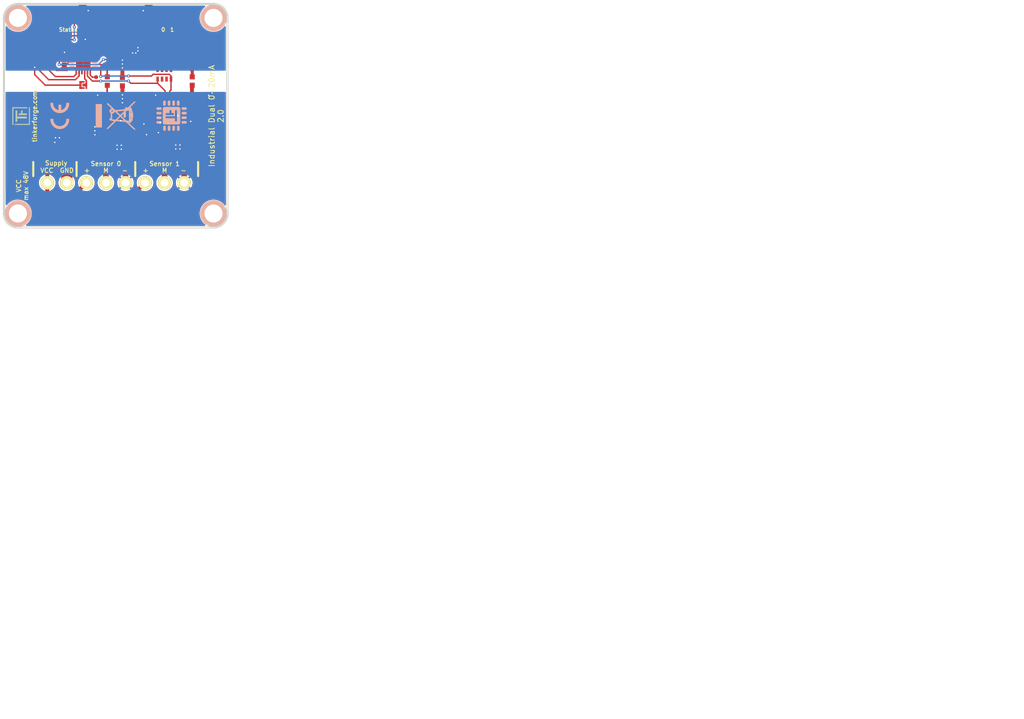
<source format=kicad_pcb>
(kicad_pcb (version 20221018) (generator pcbnew)
  (title_block (title "Industrial Dual 0-20mA Bricklet") (date "2023-01-27") (rev "2.0") (company "Tinkerforge GmbH") (comment 1 "Licensed under CERN OHL v.1.1") (comment 2 "Copyright (©) 2023, T.Schneidermann <tim@tinkerforge.com>"))
  (layers (0 "F.Cu" signal "Front") (31 "B.Cu" signal "Back") (34 "B.Paste" user) (35 "F.Paste" user) (36 "B.SilkS" user "B.Silkscreen") (37 "F.SilkS" user "F.Silkscreen") (38 "B.Mask" user) (39 "F.Mask" user) (44 "Edge.Cuts" user))
  (net 0 "")
  (net 1 "+3.3VP")
  (net 2 "3V3")
  (net 3 "AGND")
  (net 4 "GND")
  (net 5 "MEASURE")
  (net 6 "SCL")
  (net 7 "SDA")
  (net 8 "Net-(C5-Pad2)")
  (net 9 "Net-(C6-Pad2)")
  (net 10 "Net-(P1-Pad6)")
  (net 11 "Net-(D1-Pad2)")
  (net 12 "Net-(C3-Pad1)")
  (net 13 "Net-(D2-Pad2)")
  (net 14 "Net-(P1-Pad4)")
  (net 15 "Net-(P1-Pad5)")
  (net 16 "Net-(P2-Pad1)")
  (net 17 "Net-(P3-Pad2)")
  (net 18 "Net-(P4-Pad2)")
  (net 19 "Net-(P4-Pad4)")
  (net 20 "Net-(P4-Pad7)")
  (net 21 "Net-(R1-Pad2)")
  (net 22 "S-MISO")
  (net 23 "S-MOSI")
  (net 24 "S-CLK")
  (net 25 "S-CS")
  (net 26 "Net-(D3-Pad2)")
  (net 27 "Net-(RP2-Pad5)")
  (net 28 "Net-(RP2-Pad6)")
  (net 29 "Net-(RP2-Pad8)")
  (net 30 "Net-(D4-Pad2)")
  (net 31 "Net-(P1-Pad1)")
  (net 32 "Net-(RP2-Pad2)")
  (net 33 "Net-(RP2-Pad7)")
  (net 34 "Net-(RP101-Pad2)")
  (net 35 "Net-(RP101-Pad3)")
  (net 36 "Net-(RP101-Pad6)")
  (net 37 "Net-(RP101-Pad7)")
  (net 38 "Net-(U1-Pad2)")
  (net 39 "Net-(U1-Pad3)")
  (net 40 "Net-(U1-Pad4)")
  (net 41 "Net-(U1-Pad5)")
  (net 42 "Net-(U1-Pad6)")
  (net 43 "Net-(U1-Pad7)")
  (net 44 "Net-(U1-Pad8)")
  (net 45 "Net-(U1-Pad11)")
  (net 46 "Net-(U1-Pad15)")
  (net 47 "Net-(U1-Pad21)")
  (net 48 "Net-(U3-Pad10)")
  (footprint "kicad-libraries:Logo_31x31" (layer "F.Cu") (at 99.3 59.65 90)
    (fp_text reference "G***" hide)
    (fp_text value "Logo_31x31" hide)
  )
  (footprint "kicad-libraries:Fiducial_Mark" (layer "F.Cu") (at 136.3 44)
    (fp_text reference "Fiducial_Mark" hide)
    (fp_text value "VAL**" hide)
  )
  (footprint "kicad-libraries:Fiducial_Mark" (layer "F.Cu") (at 99.2 72)
    (fp_text reference "Fiducial_Mark" hide)
    (fp_text value "VAL**" hide)
  )
  (footprint "kicad-libraries:DEBUG_PAD" (layer "F.Cu") (at 114.3 51.1)
    (fp_text reference "P2")
    (fp_text value "DEBUG")
  )
  (footprint "kicad-libraries:SolderJumper" (layer "F.Cu") (at 112 52.5)
    (fp_text reference "P3")
    (fp_text value "BOOT")
  )
  (footprint "kicad-libraries:QFN24-4x4mm-0.5mm" (layer "F.Cu") (at 112 48.1 -90)
    (fp_text reference "U1")
    (fp_text value "XMC1100")
  )
  (footprint "kicad-libraries:C0805" (layer "F.Cu") (at 120.1 44.6)
    (fp_text reference "C1")
    (fp_text value "10uF")
  )
  (footprint "kicad-libraries:C0603F" (layer "F.Cu") (at 120.3 46.1)
    (fp_text reference "C7")
    (fp_text value "1uF")
  )
  (footprint "kicad-libraries:C0603F" (layer "F.Cu") (at 108.6 48.2 90)
    (fp_text reference "C8")
    (fp_text value "100nF")
  )
  (footprint "kicad-libraries:MiniMelf" (layer "F.Cu") (at 111.4 60.7)
    (fp_text reference "D1")
    (fp_text value "Z12V")
  )
  (footprint "kicad-libraries:D0603F" (layer "F.Cu") (at 109.3 40.6 -90)
    (fp_text reference "D2")
    (fp_text value "blue")
  )
  (footprint "kicad-libraries:D0603F" (layer "F.Cu") (at 126.3 40.5 -90)
    (fp_text reference "D3")
    (fp_text value "blue")
  )
  (footprint "kicad-libraries:CON-SENSOR2" (layer "F.Cu") (at 117.8 38 180)
    (fp_text reference "P1")
    (fp_text value "CON-SENSOR2")
  )
  (footprint "kicad-libraries:OQ_8P" (layer "F.Cu") (at 117.8 70)
    (fp_text reference "P4")
    (fp_text value "P-PWR-8GN")
  )
  (footprint "kicad-libraries:SOT23GDS" (layer "F.Cu") (at 108.6 63.8)
    (fp_text reference "Q1")
    (fp_text value "FDN5630")
  )
  (footprint "kicad-libraries:R0805" (layer "F.Cu") (at 128.3 65)
    (fp_text reference "R6")
    (fp_text value "91/25ppm")
  )
  (footprint "kicad-libraries:R0805" (layer "F.Cu") (at 117.8 65)
    (fp_text reference "R7")
    (fp_text value "91/25ppm")
  )
  (footprint "kicad-libraries:4X0402" (layer "F.Cu") (at 115.7 44.9 180)
    (fp_text reference "RP1")
    (fp_text value "82")
  )
  (footprint "kicad-libraries:4X0603" (layer "F.Cu") (at 105.4 47.2)
    (fp_text reference "RP2")
    (fp_text value "1k")
  )
  (footprint "kicad-libraries:MSOP10-0.5" (layer "F.Cu") (at 126.5 59.8 -90)
    (fp_text reference "U3")
    (fp_text value "MCP3423")
  )
  (footprint "kicad-libraries:DRILL_NP" (layer "F.Cu") (at 100.3 75.5)
    (fp_text reference "U4" hide)
    (fp_text value "DRILL" hide)
  )
  (footprint "kicad-libraries:DRILL_NP" (layer "F.Cu") (at 135.3 75.5)
    (fp_text reference "U5" hide)
    (fp_text value "DRILL" hide)
  )
  (footprint "kicad-libraries:DRILL_NP" (layer "F.Cu") (at 135.3 40.5)
    (fp_text reference "U6" hide)
    (fp_text value "DRILL" hide)
  )
  (footprint "kicad-libraries:DRILL_NP" (layer "F.Cu") (at 100.3 40.5)
    (fp_text reference "U7" hide)
    (fp_text value "DRILL" hide)
  )
  (footprint "kicad-libraries:D0603F" (layer "F.Cu") (at 127.9 40.5 -90)
    (fp_text reference "D4")
    (fp_text value "blue")
  )
  (footprint "kicad-libraries:4X0603" (layer "F.Cu") (at 126.5 50.6)
    (fp_text reference "RP101")
    (fp_text value "2k2")
  )
  (footprint "kicad-libraries:C0603F" (layer "F.Cu") (at 132.2 54.4 180)
    (fp_text reference "C2")
    (fp_text value "1µF")
  )
  (footprint "kicad-libraries:C0402F" (layer "F.Cu") (at 113.5 44.4 180)
    (fp_text reference "C3")
    (fp_text value "220pF")
  )
  (footprint "kicad-libraries:C0603F" (layer "F.Cu") (at 130.2 60 90)
    (fp_text reference "C4")
    (fp_text value "100nF")
  )
  (footprint "kicad-libraries:C0603F" (layer "F.Cu") (at 120.3 58.9)
    (fp_text reference "C5")
    (fp_text value "100nF")
  )
  (footprint "kicad-libraries:C0603F" (layer "F.Cu") (at 120.4 63.4 90)
    (fp_text reference "C6")
    (fp_text value "100nF")
  )
  (footprint "kicad-libraries:C0603F" (layer "F.Cu") (at 131.5 51.8 90)
    (fp_text reference "FB1")
    (fp_text value "FB")
  )
  (footprint "kicad-libraries:C0603F" (layer "F.Cu") (at 119 51.9 90)
    (fp_text reference "FB2")
    (fp_text value "FB")
  )
  (footprint "kicad-libraries:R0603F" (layer "F.Cu") (at 117 48.9 180)
    (fp_text reference "R1")
    (fp_text value "1k")
  )
  (footprint "kicad-libraries:R0603F" (layer "F.Cu") (at 116.3 51.8 90)
    (fp_text reference "R2")
    (fp_text value "6k8")
  )
  (footprint "kicad-libraries:R0603F" (layer "F.Cu") (at 120.2 60.3 180)
    (fp_text reference "R4")
    (fp_text value "1k")
  )
  (footprint "kicad-libraries:R0603F" (layer "F.Cu") (at 121.8 63.4 -90)
    (fp_text reference "R5")
    (fp_text value "1k")
  )
  (footprint "kicad-libraries:R0603F" (layer "F.Cu") (at 107 60.7)
    (fp_text reference "R8")
    (fp_text value "100k")
  )
  (footprint "kicad-libraries:CE_5mm" (layer "B.Cu") (at 107.8 58 90)
    (fp_text reference "VAL" hide)
    (fp_text value "CE_5mm" hide)
  )
  (footprint "kicad-libraries:WEEE_7mm" (layer "B.Cu") (at 117.8 58 90)
    (fp_text reference "VAL" hide)
    (fp_text value "WEEE_7mm" hide)
  )
  (footprint "kicad-libraries:Logo_CoMCU" (layer "B.Cu") (at 127.8 58 90)
    (fp_text reference "G***" hide)
    (fp_text value "LOGO" hide)
  )
  (gr_line (start 132.5499 68.79924) (end 132.5499 66.29988) (stroke (width 0.381)) (layer "F.SilkS"))
  (gr_line (start 103.05034 68.79924) (end 103.05034 66.29988) (stroke (width 0.381)) (layer "F.SilkS"))
  (gr_line (start 121.30024 68.79924) (end 121.30024 66.29988) (stroke (width 0.381)) (layer "F.SilkS"))
  (gr_line (start 110.79988 68.79924) (end 110.79988 66.29988) (stroke (width 0.381)) (layer "F.SilkS"))
  (gr_arc (start 97.8 40.5) (mid 98.532233 38.732233) (end 100.3 38) (stroke (width 0.381)) (layer "Edge.Cuts"))
  (gr_arc (start 137.8 75.5) (mid 137.067767 77.267767) (end 135.3 78) (stroke (width 0.381)) (layer "Edge.Cuts"))
  (gr_line (start 135.3 78) (end 100.3 78) (stroke (width 0.381)) (layer "Edge.Cuts"))
  (gr_line (start 137.8 40.5) (end 137.8 75.5) (stroke (width 0.381)) (layer "Edge.Cuts"))
  (gr_line (start 100.3 38) (end 135.3 38) (stroke (width 0.381)) (layer "Edge.Cuts"))
  (gr_arc (start 135.3 38) (mid 137.067767 38.732233) (end 137.8 40.5) (stroke (width 0.381)) (layer "Edge.Cuts"))
  (gr_line (start 97.8 75.5) (end 97.8 40.5) (stroke (width 0.381)) (layer "Edge.Cuts"))
  (gr_arc (start 100.3 78) (mid 98.532233 77.267767) (end 97.8 75.5) (stroke (width 0.381)) (layer "Edge.Cuts"))
  (gr_text "Status" (at 109.3 42.6) (layer "F.SilkS") (effects (font (size 0.7 0.7))))
  (gr_text "VCC\nmax 48V" (at 101.1 70.55 90) (layer "F.SilkS") (effects (font (size 0.8001 0.8001) (thickness 0.14986))))
  (gr_text "tinkerforge.com" (at 103.3 58.05 90) (layer "F.SilkS") (effects (font (size 0.8001 0.8001) (thickness 0.14986))))
  (gr_text "Sensor 0" (at 116.05006 66.5996) (layer "F.SilkS") (effects (font (size 0.8001 0.8001) (thickness 0.14986))))
  (gr_text "VCC  GND" (at 107.29976 67.79848) (layer "F.SilkS") (effects (font (size 0.8001 0.8001) (thickness 0.14986))))
  (gr_text "+    M    -" (at 116.05006 67.79848) (layer "F.SilkS") (effects (font (size 0.8001 0.8001) (thickness 0.14986))))
  (gr_text "Sensor 1" (at 126.55042 66.5996) (layer "F.SilkS") (effects (font (size 0.8001 0.8001) (thickness 0.14986))))
  (gr_text "+    M    -" (at 126.55042 67.79848) (layer "F.SilkS") (effects (font (size 0.8001 0.8001) (thickness 0.14986))))
  (gr_text "1" (at 127.9 42.6) (layer "F.SilkS") (effects (font (size 0.7 0.7))))
  (gr_text "Industrial Dual 0-20mA\n2.0\n" (at 135.8 58.05 90) (layer "F.SilkS") (effects (font (size 1 1))))
  (gr_text "0" (at 126.3 42.6) (layer "F.SilkS") (effects (font (size 0.7 0.7))))
  (gr_text "Supply" (at 107.1499 66.498) (layer "F.SilkS") (effects (font (size 0.8001 0.8001) (thickness 0.14986))))
  (segment (start 131.4499 52.6002) (end 131.475 52.5751) (width 0.70104) (layer "F.Cu") (net 1))
  (segment (start 128.7225 60.816) (end 130.0341 60.816) (width 0.29972) (layer "F.Cu") (net 1))
  (segment (start 131.4499 54.425) (end 131.4499 52.6002) (width 0.70104) (layer "F.Cu") (net 1))
  (segment (start 132.025 60) (end 132.025 56.2) (width 0.29972) (layer "F.Cu") (net 1))
  (segment (start 130.2 60.6501) (end 131.3749 60.6501) (width 0.29972) (layer "F.Cu") (net 1))
  (segment (start 131.475 55.65) (end 131.475 52.5751) (width 0.29972) (layer "F.Cu") (net 1))
  (segment (start 132.025 56.2) (end 131.475 55.65) (width 0.29972) (layer "F.Cu") (net 1))
  (segment (start 131.3749 60.6501) (end 132.025 60) (width 0.29972) (layer "F.Cu") (net 1))
  (segment (start 130.0341 60.816) (end 130.2 60.6501) (width 0.29972) (layer "F.Cu") (net 1))
  (segment (start 119.05 44.50076) (end 119.09924 44.55) (width 0.5) (layer "F.Cu") (net 2))
  (segment (start 119.09924 44.99924) (end 119.55 45.45) (width 0.5) (layer "F.Cu") (net 2))
  (segment (start 119.55 45.45) (end 119.55 46.05) (width 0.5) (layer "F.Cu") (net 2))
  (segment (start 131.5 49.98) (end 129.09 47.57) (width 0.55) (layer "F.Cu") (net 2))
  (segment (start 129.09 47.57) (end 126.9 47.57) (width 0.55) (layer "F.Cu") (net 2))
  (segment (start 120.14 47.57) (end 119.55 46.98) (width 0.55) (layer "F.Cu") (net 2))
  (segment (start 119.55 46.98) (end 119.55 46.05) (width 0.55) (layer "F.Cu") (net 2))
  (segment (start 118.5 46.05) (end 116.6 47.95) (width 0.25) (layer "F.Cu") (net 2))
  (segment (start 116.6 47.95) (end 115.6 47.95) (width 0.25) (layer "F.Cu") (net 2))
  (segment (start 107.7 48.85) (end 107.75 48.9) (width 0.25) (layer "F.Cu") (net 2))
  (segment (start 107.75 48.9) (end 108.64 48.9) (width 0.25) (layer "F.Cu") (net 2))
  (segment (start 126.28 47.57) (end 120.14 47.57) (width 0.55) (layer "F.Cu") (net 2))
  (segment (start 110.25 39.8) (end 110.4 39.95) (width 0.25) (layer "F.Cu") (net 2))
  (segment (start 110.4 39.95) (end 110.4 42.15) (width 0.25) (layer "F.Cu") (net 2))
  (segment (start 107.7 46.25) (end 107.7 48.85) (width 0.25) (layer "F.Cu") (net 2))
  (segment (start 130.5 46.16) (end 130.5 41.5) (width 0.25) (layer "F.Cu") (net 2))
  (segment (start 128.75 39.75) (end 127.9 39.75) (width 0.25) (layer "F.Cu") (net 2))
  (segment (start 109.55 44.4) (end 110.4 44.4) (width 0.25) (layer "F.Cu") (net 2))
  (segment (start 125.30112 49.09888) (end 125.9 48.5) (width 0.25) (layer "F.Cu") (net 2))
  (segment (start 126.83 47.57) (end 126.9 47.5) (width 0.25) (layer "F.Cu") (net 2))
  (segment (start 126.9 47.5) (end 126.9 47.57) (width 0.25) (layer "F.Cu") (net 2))
  (segment (start 126.9 47.57) (end 126.28 47.57) (width 0.55) (layer "F.Cu") (net 2))
  (segment (start 127.69888 48.99888) (end 127.2 48.5) (width 0.25) (layer "F.Cu") (net 2))
  (segment (start 127.2 48.5) (end 125.9 48.5) (width 0.25) (layer "F.Cu") (net 2))
  (segment (start 125.9 48.5) (end 126.83 47.57) (width 0.25) (layer "F.Cu") (net 2))
  (segment (start 130.5 41.5) (end 128.75 39.75) (width 0.25) (layer "F.Cu") (net 2))
  (segment (start 119.05 42.6) (end 119.05 44.50076) (width 0.5) (layer "F.Cu") (net 2))
  (segment (start 119.09924 44.55) (end 119.09924 44.99924) (width 0.5) (layer "F.Cu") (net 2))
  (segment (start 107.7 46.25) (end 109.55 44.4) (width 0.25) (layer "F.Cu") (net 2))
  (segment (start 119.55 46.05) (end 118.5 46.05) (width 0.25) (layer "F.Cu") (net 2))
  (segment (start 109.3 39.8) (end 110.25 39.8) (width 0.25) (layer "F.Cu") (net 2))
  (segment (start 108.95 48.9) (end 108.64 48.9) (width 0.2) (layer "F.Cu") (net 2))
  (segment (start 131.5 50.9999) (end 131.5 49.98) (width 0.55) (layer "F.Cu") (net 2))
  (segment (start 125.30112 49.7491) (end 125.30112 49.09888) (width 0.25) (layer "F.Cu") (net 2))
  (segment (start 126.3 39.75) (end 127.9 39.75) (width 0.25) (layer "F.Cu") (net 2))
  (segment (start 109.5 48.35) (end 108.95 48.9) (width 0.2) (layer "F.Cu") (net 2))
  (segment (start 129.09 47.57) (end 130.5 46.16) (width 0.25) (layer "F.Cu") (net 2))
  (segment (start 109.975 48.35) (end 109.5 48.35) (width 0.2) (layer "F.Cu") (net 2))
  (segment (start 127.69888 49.7491) (end 127.69888 48.99888) (width 0.25) (layer "F.Cu") (net 2))
  (via (at 107.7 48.85) (size 0.55) (drill 0.25) (layers "F.Cu" "B.Cu") (net 2))
  (via (at 110.4 42.15) (size 0.55) (drill 0.25) (layers "F.Cu" "B.Cu") (net 2))
  (via (at 110.4 44.4) (size 0.55) (drill 0.25) (layers "F.Cu" "B.Cu") (net 2))
  (via (at 115.6 47.95) (size 0.55) (drill 0.25) (layers "F.Cu" "B.Cu") (net 2))
  (segment (start 115.6 47.95) (end 114.7 48.85) (width 0.25) (layer "B.Cu") (net 2))
  (segment (start 114.7 48.85) (end 107.7 48.85) (width 0.25) (layer "B.Cu") (net 2))
  (segment (start 110.4 44.4) (end 110.4 42.15) (width 0.25) (layer "B.Cu") (net 2))
  (segment (start 128.6725 58.2525) (end 128.925 58) (width 0.29972) (layer "F.Cu") (net 3))
  (segment (start 118.04904 63.30096) (end 118.05 63.3) (width 0.70104) (layer "F.Cu") (net 3))
  (segment (start 118.80088 63.30088) (end 118.8 63.3) (width 0.70104) (layer "F.Cu") (net 3))
  (segment (start 129.30124 63.25124) (end 129.3 63.25) (width 0.70104) (layer "F.Cu") (net 3))
  (segment (start 128.5494 63.2506) (end 128.55 63.25) (width 0.70104) (layer "F.Cu") (net 3))
  (segment (start 124.9 54.275) (end 124.95 54.325) (width 0.29972) (layer "F.Cu") (net 3))
  (segment (start 107.71124 61.96376) (end 107.725 61.95) (width 0.70104) (layer "F.Cu") (net 3))
  (segment (start 106.90444 62.77944) (end 106.9 62.775) (width 0.70104) (layer "F.Cu") (net 3))
  (segment (start 133.1251 54.35) (end 133.0501 54.425) (width 0.70104) (layer "F.Cu") (net 3))
  (segment (start 130.8 58) (end 131.225 58.425) (width 0.14986) (layer "F.Cu") (net 3))
  (segment (start 131.225 58.425) (end 131.225 59.025) (width 0.14986) (layer "F.Cu") (net 3))
  (segment (start 123.909 60.816) (end 125.241 60.816) (width 0.29972) (layer "F.Cu") (net 3))
  (segment (start 113.79926 61.4) (end 113.09926 60.7) (width 0.50038) (layer "F.Cu") (net 3))
  (segment (start 124.2945 59.275) (end 125.775 59.275) (width 0.29972) (layer "F.Cu") (net 3))
  (segment (start 123.325 61.4) (end 123.909 60.816) (width 0.29972) (layer "F.Cu") (net 3))
  (segment (start 114.075 60) (end 114 60) (width 0.29972) (layer "F.Cu") (net 3))
  (segment (start 114.075 60.7) (end 114 60.7) (width 0.70104) (layer "F.Cu") (net 3))
  (segment (start 124.2275 59.775) (end 124.2275 59.292) (width 0.29972) (layer "F.Cu") (net 3))
  (segment (start 120.35028 64.1993) (end 119.60098 64.1993) (width 0.70104) (layer "F.Cu") (net 3))
  (segment (start 114.075 60.7) (end 114.075 61.4) (width 0.70104) (layer "F.Cu") (net 3))
  (segment (start 107.025 61.95) (end 107.725 61.95) (width 0.70104) (layer "F.Cu") (net 3))
  (segment (start 114 60.6) (end 113.7 60.3) (width 0.29972) (layer "F.Cu") (net 3))
  (segment (start 129.30124 63.95038) (end 129.30124 63.25124) (width 0.70104) (layer "F.Cu") (net 3))
  (segment (start 118.04904 63.99864) (end 118.04904 63.30096) (width 0.70104) (layer "F.Cu") (net 3))
  (segment (start 118.80088 63.99864) (end 118.80088 63.30088) (width 0.70104) (layer "F.Cu") (net 3))
  (segment (start 114.075 60) (end 113.79926 60) (width 0.29972) (layer "F.Cu") (net 3))
  (segment (start 130.05054 65.7487) (end 129.30124 64.9994) (width 1.00076) (layer "F.Cu") (net 3))
  (segment (start 106.90444 62.77944) (end 107.71124 62.77944) (width 0.70104) (layer "F.Cu") (net 3))
  (segment (start 119 54.975) (end 119 54.275) (width 0.70104) (layer "F.Cu") (net 3))
  (segment (start 128.7225 59.292) (end 129.9579 59.292) (width 0.29972) (layer "F.Cu") (net 3))
  (segment (start 113.79926 60) (end 113.09926 60.7) (width 0.29972) (layer "F.Cu") (net 3))
  (segment (start 118.80088 64.9994) (end 118.80088 63.99864) (width 0.70104) (layer "F.Cu") (net 3))
  (segment (start 124.9 54.275) (end 119 54.275) (width 0.29972) (layer "F.Cu") (net 3))
  (segment (start 130.05054 70.00066) (end 130.05054 65.7487) (width 1.00076) (layer "F.Cu") (net 3))
  (segment (start 118.80088 63.99864) (end 118.04904 63.99864) (width 0.70104) (layer "F.Cu") (net 3))
  (segment (start 128.5494 63.95038) (end 129.30124 63.95038) (width 0.70104) (layer "F.Cu") (net 3))
  (segment (start 119.60098 64.1993) (end 118.80088 64.9994) (width 0.70104) (layer "F.Cu") (net 3))
  (segment (start 114 60) (end 114 60.7) (width 0.29972) (layer "F.Cu") (net 3))
  (segment (start 119.4499 58.9) (end 118.7 58.9) (width 0.70104) (layer "F.Cu") (net 3))
  (segment (start 119.55018 65.7487) (end 118.80088 64.9994) (width 1.00076) (layer "F.Cu") (net 3))
  (segment (start 107.71124 61.96376) (end 107.71124 62.77944) (width 0.70104) (layer "F.Cu") (net 3))
  (segment (start 119 55.675) (end 119 54.975) (width 0.70104) (layer "F.Cu") (net 3))
  (segment (start 128.925 58) (end 130.8 58) (width 0.14986) (layer "F.Cu") (net 3))
  (segment (start 128.5494 63.95038) (end 128.5494 63.2506) (width 0.70104) (layer "F.Cu") (net 3))
  (segment (start 131.2001 59.0499) (end 131.225 59.025) (width 0.29972) (layer "F.Cu") (net 3))
  (segment (start 123.058 59.292) (end 122.85 59.5) (width 0.29972) (layer "F.Cu") (net 3))
  (segment (start 130.2 59.0499) (end 131.2001 59.0499) (width 0.29972) (layer "F.Cu") (net 3))
  (segment (start 129.30124 64.9994) (end 129.30124 63.95038) (width 0.70104) (layer "F.Cu") (net 3))
  (segment (start 119 54.275) (end 119 52.6251) (width 0.70104) (layer "F.Cu") (net 3))
  (segment (start 114 60.7) (end 114 60.6) (width 0.29972) (layer "F.Cu") (net 3))
  (segment (start 134.45 54.35) (end 133.1251 54.35) (width 0.70104) (layer "F.Cu") (net 3))
  (segment (start 114.075 61.4) (end 113.79926 61.4) (width 0.50038) (layer "F.Cu") (net 3))
  (segment (start 119.55018 70.00066) (end 119.55018 65.7487) (width 1.00076) (layer "F.Cu") (net 3))
  (segment (start 114.075 60) (end 114.075 60.7) (width 0.70104) (layer "F.Cu") (net 3))
  (segment (start 124.2775 59.292) (end 124.2945 59.275) (width 0.29972) (layer "F.Cu") (net 3))
  (segment (start 124.2275 59.292) (end 123.058 59.292) (width 0.29972) (layer "F.Cu") (net 3))
  (segment (start 114 60.7) (end 113.09926 60.7) (width 0.70104) (layer "F.Cu") (net 3))
  (segment (start 125.241 60.816) (end 125.45 61.025) (width 0.29972) (layer "F.Cu") (net 3))
  (segment (start 129.9579 59.292) (end 130.2 59.0499) (width 0.29972) (layer "F.Cu") (net 3))
  (via (at 107.025 61.95) (size 0.70104) (drill 0.24892) (layers "F.Cu" "B.Cu") (net 3))
  (via (at 119 54.275) (size 0.70104) (drill 0.24892) (layers "F.Cu" "B.Cu") (net 3))
  (via (at 119 55.675) (size 0.70104) (drill 0.24892) (layers "F.Cu" "B.Cu") (net 3))
  (via (at 129.3 63.25) (size 0.70104) (drill 0.24892) (layers "F.Cu" "B.Cu") (net 3))
  (via (at 123.325 61.4) (size 0.70104) (drill 0.24892) (layers "F.Cu" "B.Cu") (net 3))
  (via (at 118.8 63.3) (size 0.70104) (drill 0.24892) (layers "F.Cu" "B.Cu") (net 3))
  (via (at 118.80088 63.99864) (size 0.70104) (drill 0.24892) (layers "F.Cu" "B.Cu") (net 3))
  (via (at 118.04904 63.99864) (size 0.70104) (drill 0.24892) (layers "F.Cu" "B.Cu") (net 3))
  (via (at 114.075 60) (size 0.70104) (drill 0.24892) (layers "F.Cu" "B.Cu") (net 3))
  (via (at 129.30124 63.95038) (size 0.70104) (drill 0.24892) (layers "F.Cu" "B.Cu") (net 3))
  (via (at 107.725 61.95) (size 0.70104) (drill 0.24892) (layers "F.Cu" "B.Cu") (net 3))
  (via (at 128.5494 63.95038) (size 0.70104) (drill 0.24892) (layers "F.Cu" "B.Cu") (net 3))
  (via (at 134.45 54.35) (size 0.70104) (drill 0.24892) (layers "F.Cu" "B.Cu") (net 3))
  (via (at 128.925 58) (size 0.70104) (drill 0.24892) (layers "F.Cu" "B.Cu") (net 3))
  (via (at 118.05 63.3) (size 0.70104) (drill 0.24892) (layers "F.Cu" "B.Cu") (net 3))
  (via (at 114.075 60.7) (size 0.70104) (drill 0.24892) (layers "F.Cu" "B.Cu") (net 3))
  (via (at 122.85 59.5) (size 0.70104) (drill 0.24892) (layers "F.Cu" "B.Cu") (net 3))
  (via (at 114.575 54.325) (size 0.70104) (drill 0.24892) (layers "F.Cu" "B.Cu") (net 3))
  (via (at 114.075 61.4) (size 0.70104) (drill 0.24892) (layers "F.Cu" "B.Cu") (net 3))
  (via (at 125.45 61.025) (size 0.70104) (drill 0.24892) (layers "F.Cu" "B.Cu") (net 3))
  (via (at 103.175 54.35) (size 0.70104) (drill 0.24892) (layers "F.Cu" "B.Cu") (net 3))
  (via (at 131.225 59.025) (size 0.70104) (drill 0.24892) (layers "F.Cu" "B.Cu") (net 3))
  (via (at 118.7 58.9) (size 0.70104) (drill 0.24892) (layers "F.Cu" "B.Cu") (net 3))
  (via (at 119 54.975) (size 0.70104) (drill 0.24892) (layers "F.Cu" "B.Cu") (net 3))
  (via (at 125.775 59.275) (size 0.70104) (drill 0.24892) (layers "F.Cu" "B.Cu") (net 3))
  (via (at 128.55 63.25) (size 0.70104) (drill 0.24892) (layers "F.Cu" "B.Cu") (net 3))
  (via (at 124.95 54.325) (size 0.70104) (drill 0.24892) (layers "F.Cu" "B.Cu") (net 3))
  (via (at 106.9 62.775) (size 0.70104) (drill 0.24892) (layers "F.Cu" "B.Cu") (net 3))
  (segment (start 118.80088 63.99864) (end 118.8 63.99952) (width 0.70104) (layer "B.Cu") (net 3))
  (segment (start 118.8 63.99952) (end 118.8 64) (width 0.70104) (layer "B.Cu") (net 3))
  (segment (start 129.30124 63.95038) (end 129.30086 63.95) (width 0.70104) (layer "B.Cu") (net 3))
  (segment (start 129.30086 63.95) (end 129.3 63.95) (width 0.70104) (layer "B.Cu") (net 3))
  (segment (start 114.625 54.275) (end 114.575 54.325) (width 0.29972) (layer "B.Cu") (net 3))
  (segment (start 103.2 54.325) (end 103.175 54.35) (width 0.29972) (layer "B.Cu") (net 3))
  (segment (start 115.175 58.9) (end 114.075 60) (width 0.29972) (layer "B.Cu") (net 3))
  (segment (start 121.2 61.4) (end 118.7 58.9) (width 0.29972) (layer "B.Cu") (net 3))
  (segment (start 128.55 58.375) (end 128.925 58) (width 0.29972) (layer "B.Cu") (net 3))
  (segment (start 130.35 56.575) (end 128.925 58) (width 0.29972) (layer "B.Cu") (net 3))
  (segment (start 112.7 62.775) (end 114.075 61.4) (width 0.50038) (layer "B.Cu") (net 3))
  (segment (start 118.8 59) (end 118.7 58.9) (width 0.50038) (layer "B.Cu") (net 3))
  (segment (start 127.425 59.5) (end 128.925 58) (width 0.50038) (layer "B.Cu") (net 3))
  (segment (start 124.975 54.35) (end 124.95 54.325) (width 0.25) (layer "B.Cu") (net 3))
  (segment (start 123.325 61.4) (end 121.2 61.4) (width 0.29972) (layer "B.Cu") (net 3))
  (segment (start 130.35 54.35) (end 134.45 54.35) (width 0.29972) (layer "B.Cu") (net 3))
  (segment (start 119 54.275) (end 114.625 54.275) (width 0.29972) (layer "B.Cu") (net 3))
  (segment (start 128.55 63.25) (end 128.55 58.375) (width 0.29972) (layer "B.Cu") (net 3))
  (segment (start 118.8 63.3) (end 118.8 59) (width 0.50038) (layer "B.Cu") (net 3))
  (segment (start 130.35 54.35) (end 130.35 56.575) (width 0.29972) (layer "B.Cu") (net 3))
  (segment (start 114.575 54.325) (end 103.2 54.325) (width 0.29972) (layer "B.Cu") (net 3))
  (segment (start 122.85 59.5) (end 127.425 59.5) (width 0.50038) (layer "B.Cu") (net 3))
  (segment (start 106.9 62.775) (end 112.7 62.775) (width 0.50038) (layer "B.Cu") (net 3))
  (segment (start 130.35 54.35) (end 124.975 54.35) (width 0.25) (layer "B.Cu") (net 3))
  (segment (start 118.7 58.9) (end 115.175 58.9) (width 0.29972) (layer "B.Cu") (net 3))
  (segment (start 118.0501 48.75) (end 117.8751 48.925) (width 0.29972) (layer "F.Cu") (net 4))
  (segment (start 120.3 44.25) (end 120.6 44.55) (width 0.5) (layer "F.Cu") (net 4))
  (segment (start 120.6 44.55) (end 121.10076 44.55) (width 0.5) (layer "F.Cu") (net 4))
  (segment (start 121.10076 45.99924) (end 121.05 46.05) (width 0.5) (layer "F.Cu") (net 4))
  (segment (start 121.56 46.05) (end 121.78 45.83) (width 0.55) (layer "F.Cu") (net 4))
  (segment (start 121.78 46.38) (end 121.45 46.05) (width 0.55) (layer "F.Cu") (net 4))
  (segment (start 121.05 46.43) (end 121.4 46.78) (width 0.55) (layer "F.Cu") (net 4))
  (segment (start 121.05 46.57) (end 120.84 46.78) (width 0.55) (layer "F.Cu") (net 4))
  (segment (start 121.4 46.76) (end 121.78 46.38) (width 0.55) (layer "F.Cu") (net 4))
  (segment (start 120.84 46.26) (end 121.05 46.05) (width 0.55) (layer "F.Cu") (net 4))
  (segment (start 112.63 47.5) (end 112.63 48.8) (width 0.2) (layer "F.Cu") (net 4))
  (segment (start 112.63 48.8) (end 111.33 48.8) (width 0.2) (layer "F.Cu") (net 4))
  (segment (start 111.48 52.94) (end 111.48 52.48) (width 0.25) (layer "F.Cu") (net 4))
  (segment (start 111.48 52.48) (end 111.48 52.53) (width 0.25) (layer "F.Cu") (net 4))
  (segment (start 111.48 52.11) (end 111.6 51.99) (width 0.25) (layer "F.Cu") (net 4))
  (segment (start 105.18 52.53) (end 103.3 50.65) (width 0.25) (layer "F.Cu") (net 4))
  (segment (start 103.3 50.65) (end 103.3 49.35) (width 0.25) (layer "F.Cu") (net 4))
  (segment (start 123.7 39.2) (end 122.72 39.2) (width 0.55) (layer "F.Cu") (net 4))
  (segment (start 119 48.75) (end 118.0501 48.75) (width 0.29972) (layer "F.Cu") (net 4))
  (segment (start 120.84 46.78) (end 120.84 46.26) (width 0.55) (layer "F.Cu") (net 4))
  (segment (start 108.92 47.4) (end 108.64 47.4) (width 0.2) (layer "F.Cu") (net 4))
  (segment (start 120.3 42.6) (end 120.3 44.25) (width 0.5) (layer "F.Cu") (net 4))
  (segment (start 121.05 46.57) (end 121.05 46.05) (width 0.55) (layer "F.Cu") (net 4))
  (segment (start 108.64 47.4) (end 108.64 46.67) (width 0.55) (layer "F.Cu") (net 4))
  (segment (start 111.9 39.2) (end 112.88 39.2) (width 0.55) (layer "F.Cu") (net 4))
  (segment (start 111.33 47.5) (end 111.33 48.8) (width 0.2) (layer "F.Cu") (net 4))
  (segment (start 119 48.75) (end 119 49.45) (width 0.70104) (layer "F.Cu") (net 4))
  (segment (start 120.84 46.78) (end 121.4 46.78) (width 0.55) (layer "F.Cu") (net 4))
  (segment (start 111.33 47.5) (end 112.63 47.5) (width 0.2) (layer "F.Cu") (net 4))
  (segment (start 110.98 47.85) (end 109.37 47.85) (width 0.2) (layer "F.Cu") (net 4))
  (segment (start 121.56 46.05) (end 121.05 46.05) (width 0.55) (layer "F.Cu") (net 4))
  (segment (start 111.48 52.53) (end 111.48 52.11) (width 0.25) (layer "F.Cu") (net 4))
  (segment (start 119 49.45) (end 119 51.0249) (width 0.70104) (layer "F.Cu") (net 4))
  (segment (start 112.95 44.35) (end 112.37 44.35) (width 0.55) (layer "F.Cu") (net 4))
  (segment (start 121.78 46.38) (end 121.78 45.83) (width 0.55) (layer "F.Cu") (net 4))
  (segment (start 121.10076 44.55) (end 121.10076 45.99924) (width 0.5) (layer "F.Cu") (net 4))
  (segment (start 119 48.05) (end 119 48.75) (width 0.70104) (layer "F.Cu") (net 4))
  (segment (start 111.48 52.53) (end 105.18 52.53) (width 0.25) (layer "F.Cu") (net 4))
  (segment (start 121.4 46.78) (end 121.4 46.76) (width 0.55) (layer "F.Cu") (net 4))
  (segment (start 121.05 46.05) (end 121.45 46.05) (width 0.55) (layer "F.Cu") (net 4))
  (segment (start 111.33 47.5) (end 110.98 47.85) (width 0.2) (layer "F.Cu") (net 4))
  (segment (start 109.37 47.85) (end 108.92 47.4) (width 0.2) (layer "F.Cu") (net 4))
  (via (at 119 48.75) (size 0.70104) (drill 0.24892) (layers "F.Cu" "B.Cu") (net 4))
  (via (at 119 49.45) (size 0.70104) (drill 0.24892) (layers "F.Cu" "B.Cu") (net 4))
  (via (at 120.84 46.78) (size 0.55) (drill 0.25) (layers "F.Cu" "B.Cu") (net 4))
  (via (at 108.64 46.67) (size 0.55) (drill 0.25) (layers "F.Cu" "B.Cu") (net 4))
  (via (at 119 48.05) (size 0.70104) (drill 0.24892) (layers "F.Cu" "B.Cu") (net 4))
  (via (at 121.78 45.83) (size 0.55) (drill 0.25) (layers "F.Cu" "B.Cu") (net 4))
  (via (at 121.78 46.38) (size 0.55) (drill 0.25) (layers "F.Cu" "B.Cu") (net 4))
  (via (at 121.4 46.78) (size 0.55) (drill 0.25) (layers "F.Cu" "B.Cu") (net 4))
  (via (at 112.37 44.35) (size 0.55) (drill 0.25) (layers "F.Cu" "B.Cu") (net 4))
  (via (at 112.88 39.2) (size 0.55) (drill 0.25) (layers "F.Cu" "B.Cu") (net 4))
  (via (at 122.72 39.2) (size 0.55) (drill 0.25) (layers "F.Cu" "B.Cu") (net 4))
  (via (at 103.3 49.35) (size 0.55) (drill 0.25) (layers "F.Cu" "B.Cu") (net 4))
  (segment (start 116.275 54.875) (end 115 56.15) (width 0.29972) (layer "F.Cu") (net 5))
  (segment (start 115 56.15) (end 108.65 56.15) (width 0.29972) (layer "F.Cu") (net 5))
  (segment (start 108.65 56.15) (end 106.1999 58.6001) (width 0.29972) (layer "F.Cu") (net 5))
  (segment (start 106.1999 58.6001) (end 106.1999 60.7) (width 0.29972) (layer "F.Cu") (net 5))
  (segment (start 105.5497 71.5497) (end 106.45 72.45) (width 0.70104) (layer "F.Cu") (net 5))
  (segment (start 106.45 72.45) (end 110.1006 72.45) (width 0.70104) (layer "F.Cu") (net 5))
  (segment (start 110.1006 72.45) (end 112.54994 70.00066) (width 0.70104) (layer "F.Cu") (net 5))
  (segment (start 120.60096 72.45) (end 123.0503 70.00066) (width 0.70104) (layer "F.Cu") (net 5))
  (segment (start 105.5497 61.3502) (end 106.1999 60.7) (width 0.70104) (layer "F.Cu") (net 5))
  (segment (start 116.275 52.6251) (end 116.275 54.875) (width 0.29972) (layer "F.Cu") (net 5))
  (segment (start 105.5497 70.00066) (end 105.5497 71.5497) (width 0.70104) (layer "F.Cu") (net 5))
  (segment (start 110.1006 72.45) (end 120.60096 72.45) (width 0.70104) (layer "F.Cu") (net 5))
  (segment (start 105.5497 70.00066) (end 105.5497 61.3502) (width 0.70104) (layer "F.Cu") (net 5))
  (segment (start 120.1 50.9) (end 124.2 50.9) (width 0.25) (layer "F.Cu") (net 6))
  (segment (start 124.2 50.9) (end 124.5 50.6) (width 0.25) (layer "F.Cu") (net 6))
  (segment (start 124.5 50.6) (end 127.4 50.6) (width 0.25) (layer "F.Cu") (net 6))
  (segment (start 127.4 50.6) (end 127.69888 50.89888) (width 0.25) (layer "F.Cu") (net 6))
  (segment (start 127.69888 50.89888) (end 127.69888 51.4509) (width 0.25) (layer "F.Cu") (net 6))
  (segment (start 127.88 59.8) (end 127.46 59.38) (width 0.25) (layer "F.Cu") (net 6))
  (segment (start 127.46 53.64) (end 127.69888 53.40112) (width 0.25) (layer "F.Cu") (net 6))
  (segment (start 128.7225 59.8) (end 127.88 59.8) (width 0.25) (layer "F.Cu") (net 6))
  (segment (start 115.12 49.87) (end 115.12 50.98) (width 0.25) (layer "F.Cu") (net 6))
  (segment (start 114.025 49.35) (end 114.6 49.35) (width 0.25) (layer "F.Cu") (net 6))
  (segment (start 127.46 59.38) (end 127.46 53.64) (width 0.25) (layer "F.Cu") (net 6))
  (segment (start 114.6 49.35) (end 115.12 49.87) (width 0.25) (layer "F.Cu") (net 6))
  (segment (start 127.69888 53.40112) (end 127.69888 51.4509) (width 0.25) (layer "F.Cu") (net 6))
  (via (at 120.1 50.9) (size 0.55) (drill 0.25) (layers "F.Cu" "B.Cu") (net 6))
  (via (at 115.12 50.98) (size 0.55) (drill 0.25) (layers "F.Cu" "B.Cu") (net 6))
  (segment (start 115.2 50.9) (end 120.1 50.9) (width 0.25) (layer "B.Cu") (net 6))
  (segment (start 115.12 50.98) (end 115.2 50.9) (width 0.25) (layer "B.Cu") (net 6))
  (segment (start 125.3 52.2) (end 125.3 51.45202) (width 0.25) (layer "F.Cu") (net 7))
  (segment (start 125.3 51.45202) (end 125.30112 51.4509) (width 0.25) (layer "F.Cu") (net 7))
  (segment (start 120.5 52.2) (end 120.1 51.8) (width 0.25) (layer "F.Cu") (net 7))
  (segment (start 113.64 51.8) (end 115.1 51.8) (width 0.25) (layer "F.Cu") (net 7))
  (segment (start 126.62 53.52) (end 125.3 52.2) (width 0.25) (layer "F.Cu") (net 7))
  (segment (start 126.62 59.48) (end 126.62 53.52) (width 0.25) (layer "F.Cu") (net 7))
  (segment (start 112.75 50.125) (end 112.75 50.91) (width 0.25) (layer "F.Cu") (net 7))
  (segment (start 128.7225 60.308) (end 127.448 60.308) (width 0.25) (layer "F.Cu") (net 7))
  (segment (start 125.3 52.2) (end 120.5 52.2) (width 0.25) (layer "F.Cu") (net 7))
  (segment (start 127.448 60.308) (end 126.62 59.48) (width 0.25) (layer "F.Cu") (net 7))
  (segment (start 112.75 50.91) (end 113.64 51.8) (width 0.25) (layer "F.Cu") (net 7))
  (via (at 120.1 51.8) (size 0.55) (drill 0.25) (layers "F.Cu" "B.Cu") (net 7))
  (via (at 115.1 51.8) (size 0.55) (drill 0.25) (layers "F.Cu" "B.Cu") (net 7))
  (segment (start 115.1 51.8) (end 120.1 51.8) (width 0.25) (layer "B.Cu") (net 7))
  (segment (start 121.1661 58.784) (end 121.0501 58.9) (width 0.29972) (layer "F.Cu") (net 8))
  (segment (start 124.2775 58.784) (end 121.1661 58.784) (width 0.29972) (layer "F.Cu") (net 8))
  (segment (start 121.05132 60.34866) (end 121.05132 58.89832) (width 0.70104) (layer "F.Cu") (net 8))
  (segment (start 124.2775 60.308) (end 123.292 60.308) (width 0.29972) (layer "F.Cu") (net 9))
  (segment (start 123.292 60.308) (end 121.80062 61.79938) (width 0.29972) (layer "F.Cu") (net 9))
  (segment (start 121.80062 61.79938) (end 121.80062 62.5991) (width 0.29972) (layer "F.Cu") (net 9))
  (segment (start 121.80062 62.5991) (end 120.35028 62.5991) (width 0.70104) (layer "F.Cu") (net 9))
  (segment (start 115.45108 43.75108) (end 115.45108 44.325) (width 0.2) (layer "F.Cu") (net 10))
  (segment (start 115.3 42.6) (end 115.3 43.6) (width 0.2) (layer "F.Cu") (net 10))
  (segment (start 115.3 43.6) (end 115.45108 43.75108) (width 0.2) (layer "F.Cu") (net 10))
  (segment (start 109.48924 60.9365) (end 109.72574 60.7) (width 0.70104) (layer "F.Cu") (net 11))
  (segment (start 107.8001 60.7) (end 109.72574 60.7) (width 0.70104) (layer "F.Cu") (net 11))
  (segment (start 109.48924 62.77944) (end 109.48924 60.9365) (width 0.70104) (layer "F.Cu") (net 11))
  (segment (start 114.075 44.325) (end 114.9507 44.325) (width 0.2) (layer "F.Cu") (net 12))
  (segment (start 114.05 44.3) (end 114.075 44.325) (width 0.2) (layer "F.Cu") (net 12))
  (segment (start 114.05 42.6) (end 114.05 44.3) (width 0.2) (layer "F.Cu") (net 12))
  (segment (start 104.20112 45.54888) (end 107.5 42.25) (width 0.25) (layer "F.Cu") (net 13))
  (segment (start 107.5 42.25) (end 108.9 42.25) (width 0.25) (layer "F.Cu") (net 13))
  (segment (start 108.9 42.25) (end 109.3 41.85) (width 0.25) (layer "F.Cu") (net 13))
  (segment (start 109.3 41.85) (end 109.3 41.3) (width 0.25) (layer "F.Cu") (net 13))
  (segment (start 104.20112 46.3991) (end 104.20112 45.54888) (width 0.25) (layer "F.Cu") (net 13))
  (segment (start 116.4493 44.04548) (end 116.69478 43.8) (width 0.2) (layer "F.Cu") (net 14))
  (segment (start 116.4493 44.325) (end 116.4493 44.04548) (width 0.2) (layer "F.Cu") (net 14))
  (segment (start 116.69478 43.8) (end 117.55 43.8) (width 0.2) (layer "F.Cu") (net 14))
  (segment (start 117.8 43.55) (end 117.8 42.6) (width 0.2) (layer "F.Cu") (net 14))
  (segment (start 117.55 43.8) (end 117.8 43.55) (width 0.2) (layer "F.Cu") (net 14))
  (segment (start 116.55 42.6) (end 116.55 43.45) (width 0.2) (layer "F.Cu") (net 15))
  (segment (start 116.3 43.7) (end 116.15 43.7) (width 0.2) (layer "F.Cu") (net 15))
  (segment (start 116.15 43.7) (end 115.94892 43.90108) (width 0.2) (layer "F.Cu") (net 15))
  (segment (start 115.94892 43.90108) (end 115.94892 44.325) (width 0.2) (layer "F.Cu") (net 15))
  (segment (start 116.55 43.45) (end 116.3 43.7) (width 0.2) (layer "F.Cu") (net 15))
  (segment (start 113.25 50.125) (end 113.25 50.75) (width 0.25) (layer "F.Cu") (net 16))
  (segment (start 113.25 50.75) (end 113.6 51.1) (width 0.25) (layer "F.Cu") (net 16))
  (segment (start 113.6 51.1) (end 114.3 51.1) (width 0.25) (layer "F.Cu") (net 16))
  (segment (start 112.13 52.53) (end 112.53 52.53) (width 0.25) (layer "F.Cu") (net 17))
  (segment (start 112.25 51.4) (end 112.25 50.125) (width 0.25) (layer "F.Cu") (net 17))
  (segment (start 112.53 51.68) (end 112.25 51.4) (width 0.25) (layer "F.Cu") (net 17))
  (segment (start 112.53 52.53) (end 112.53 51.68) (width 0.25) (layer "F.Cu") (net 17))
  (segment (start 109.04982 65.26102) (end 108.60024 64.81144) (width 1.99898) (layer "F.Cu") (net 18))
  (segment (start 109.04982 70.00066) (end 109.04982 65.26102) (width 1.99898) (layer "F.Cu") (net 18))
  (segment (start 118.60022 60.34866) (end 116.79936 62.14952) (width 0.70104) (layer "F.Cu") (net 19))
  (segment (start 116.05006 70.00066) (end 116.05006 65.7487) (width 1.00076) (layer "F.Cu") (net 19))
  (segment (start 116.05006 65.7487) (end 116.79936 64.9994) (width 1.00076) (layer "F.Cu") (net 19))
  (segment (start 116.79936 62.14952) (end 116.79936 64.9994) (width 0.70104) (layer "F.Cu") (net 19))
  (segment (start 119.45112 60.34866) (end 118.60022 60.34866) (width 0.70104) (layer "F.Cu") (net 19))
  (segment (start 122.60072 64.9994) (end 121.80062 64.1993) (width 0.70104) (layer "F.Cu") (net 20))
  (segment (start 127.29972 64.9994) (end 122.60072 64.9994) (width 0.70104) (layer "F.Cu") (net 20))
  (segment (start 126.55042 65.7487) (end 127.29972 64.9994) (width 1.00076) (layer "F.Cu") (net 20))
  (segment (start 126.55042 70.00066) (end 126.55042 65.7487) (width 1.00076) (layer "F.Cu") (net 20))
  (segment (start 116.275 48.9251) (end 116.2749 48.925) (width 0.29972) (layer "F.Cu") (net 21))
  (segment (start 114.025 48.85) (end 116.1999 48.85) (width 0.25) (layer "F.Cu") (net 21))
  (segment (start 116.275 51.0249) (end 116.275 48.9251) (width 0.29972) (layer "F.Cu") (net 21))
  (segment (start 116.1999 48.85) (end 116.2749 48.925) (width 0.25) (layer "F.Cu") (net 21))
  (segment (start 113.23 45.595) (end 113.23 46.125) (width 0.2) (layer "F.Cu") (net 22))
  (segment (start 114.9507 45.475) (end 113.35 45.475) (width 0.2) (layer "F.Cu") (net 22))
  (segment (start 113.35 45.475) (end 113.23 45.595) (width 0.2) (layer "F.Cu") (net 22))
  (segment (start 115.45108 46.06892) (end 114.67 46.85) (width 0.2) (layer "F.Cu") (net 23))
  (segment (start 115.45108 45.475) (end 115.45108 46.06892) (width 0.2) (layer "F.Cu") (net 23))
  (segment (start 114.67 46.85) (end 114.025 46.85) (width 0.2) (layer "F.Cu") (net 23))
  (segment (start 115.94892 45.475) (end 115.94892 46.14108) (width 0.2) (layer "F.Cu") (net 24))
  (segment (start 115.94892 46.14108) (end 114.74 47.35) (width 0.2) (layer "F.Cu") (net 24))
  (segment (start 114.74 47.35) (end 114.025 47.35) (width 0.2) (layer "F.Cu") (net 24))
  (segment (start 116.4493 45.475) (end 116.4493 46.1507) (width 0.2) (layer "F.Cu") (net 25))
  (segment (start 114.75 47.85) (end 114.025 47.85) (width 0.2) (layer "F.Cu") (net 25))
  (segment (start 116.4493 46.1507) (end 114.75 47.85) (width 0.2) (layer "F.Cu") (net 25))
  (segment (start 105.79878 45.70122) (end 108.5 43) (width 0.25) (layer "F.Cu") (net 26))
  (segment (start 108.5 43) (end 110.8 43) (width 0.25) (layer "F.Cu") (net 26))
  (segment (start 110.8 43) (end 113.3 40.5) (width 0.25) (layer "F.Cu") (net 26))
  (segment (start 113.3 40.5) (end 122.5 40.5) (width 0.25) (layer "F.Cu") (net 26))
  (segment (start 122.5 40.5) (end 123.25 41.25) (width 0.25) (layer "F.Cu") (net 26))
  (segment (start 123.25 41.25) (end 126.3 41.25) (width 0.25) (layer "F.Cu") (net 26))
  (segment (start 105.79878 46.3991) (end 105.79878 45.70122) (width 0.25) (layer "F.Cu") (net 26))
  (segment (start 107.2 49.9) (end 106.59888 49.29888) (width 0.25) (layer "F.Cu") (net 27))
  (segment (start 109.65 49.35) (end 109.1 49.9) (width 0.25) (layer "F.Cu") (net 27))
  (segment (start 109.1 49.9) (end 107.2 49.9) (width 0.25) (layer "F.Cu") (net 27))
  (segment (start 109.975 49.35) (end 109.65 49.35) (width 0.25) (layer "F.Cu") (net 27))
  (segment (start 106.59888 49.29888) (end 106.59888 48.1009) (width 0.25) (layer "F.Cu") (net 27))
  (segment (start 110.3 51) (end 110.75 50.55) (width 0.25) (layer "F.Cu") (net 28))
  (segment (start 105.79878 49.79878) (end 107 51) (width 0.25) (layer "F.Cu") (net 28))
  (segment (start 105.79878 48.1009) (end 105.79878 49.79878) (width 0.25) (layer "F.Cu") (net 28))
  (segment (start 110.75 50.55) (end 110.75 50.54) (width 0.25) (layer "F.Cu") (net 28))
  (segment (start 107 51) (end 110.3 51) (width 0.25) (layer "F.Cu") (net 28))
  (segment (start 110.75 50.54) (end 110.73 50.52) (width 0.25) (layer "F.Cu") (net 28))
  (segment (start 105.8 51.55) (end 104.20112 49.95112) (width 0.25) (layer "F.Cu") (net 29))
  (segment (start 111.25 50.125) (end 111.25 50.9) (width 0.25) (layer "F.Cu") (net 29))
  (segment (start 104.20112 49.95112) (end 104.20112 48.1009) (width 0.25) (layer "F.Cu") (net 29))
  (segment (start 111.25 50.9) (end 110.6 51.55) (width 0.25) (layer "F.Cu") (net 29))
  (segment (start 110.6 51.55) (end 105.8 51.55) (width 0.25) (layer "F.Cu") (net 29))
  (segment (start 108.79798 43.7) (end 111 43.7) (width 0.25) (layer "F.Cu") (net 30))
  (segment (start 111 43.7) (end 113.6 41.1) (width 0.25) (layer "F.Cu") (net 30))
  (segment (start 113.6 41.1) (end 122.2 41.1) (width 0.25) (layer "F.Cu") (net 30))
  (segment (start 127.9 41.8) (end 127.9 41.25) (width 0.25) (layer "F.Cu") (net 30))
  (segment (start 127.2 42.5) (end 123.6 42.5) (width 0.25) (layer "F.Cu") (net 30))
  (segment (start 123.6 42.5) (end 122.2 41.1) (width 0.25) (layer "F.Cu") (net 30))
  (segment (start 106.49888 45.9991) (end 108.79798 43.7) (width 0.25) (layer "F.Cu") (net 30))
  (segment (start 127.9 41.8) (end 127.2 42.5) (width 0.25) (layer "F.Cu") (net 30))
  (zone (net 3) (net_name "AGND") (layer "F.Cu") (connect_pads (clearance 0.29972)) (min_thickness 0.254) (fill yes (thermal_gap 0.29972) (thermal_bridge_width 0.29972))
    (polygon (pts (xy 137.80008 77.99912) (xy 137.80008 53.74974) (xy 97.80016 53.74974) (xy 97.80016 77.99912)))
  )
  (zone (net 4) (net_name "GND") (layer "B.Cu") (connect_pads (clearance 0.29972)) (min_thickness 0.254) (fill yes (thermal_gap 0.29972) (thermal_bridge_width 0.29972))
    (polygon (pts (xy 137.79992 49.9507) (xy 137.79992 38) (xy 97.8 38) (xy 97.8 49.9507)))
  )
  (zone (net 3) (net_name "AGND") (layer "B.Cu") (connect_pads (clearance 0.29972)) (min_thickness 0.254) (fill yes (thermal_gap 0.29972) (thermal_bridge_width 0.29972))
    (polygon (pts (xy 137.80008 77.99912) (xy 137.80008 53.74974) (xy 97.80016 53.74974) (xy 97.80016 77.99912)))
  )
)
</source>
